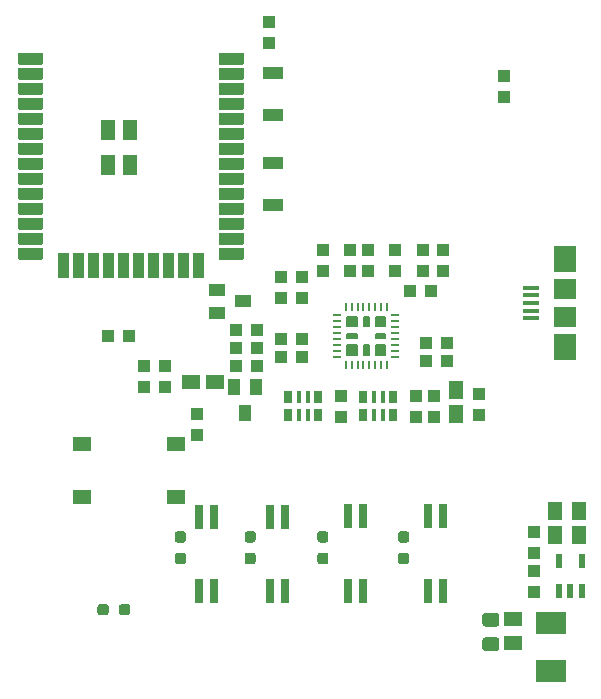
<source format=gbr>
G04 #@! TF.GenerationSoftware,KiCad,Pcbnew,(5.1.10)-1*
G04 #@! TF.CreationDate,2021-08-27T22:23:48-03:00*
G04 #@! TF.ProjectId,ESP32-GATEWAY_Rev_F,45535033-322d-4474-9154-455741595f52,F*
G04 #@! TF.SameCoordinates,Original*
G04 #@! TF.FileFunction,Paste,Top*
G04 #@! TF.FilePolarity,Positive*
%FSLAX46Y46*%
G04 Gerber Fmt 4.6, Leading zero omitted, Abs format (unit mm)*
G04 Created by KiCad (PCBNEW (5.1.10)-1) date 2021-08-27 22:23:48*
%MOMM*%
%LPD*%
G01*
G04 APERTURE LIST*
%ADD10C,0.200000*%
%ADD11R,0.640000X2.000000*%
%ADD12R,2.500000X1.900000*%
%ADD13R,1.550000X1.300000*%
%ADD14R,1.400000X0.400000*%
%ADD15R,1.900000X2.300000*%
%ADD16R,1.900000X1.800000*%
%ADD17R,1.016000X1.016000*%
%ADD18R,1.524000X1.270000*%
%ADD19R,1.400000X1.000000*%
%ADD20R,1.000000X1.400000*%
%ADD21R,1.270000X1.524000*%
%ADD22R,1.778000X1.016000*%
%ADD23R,0.230000X0.780000*%
%ADD24R,0.780000X0.230000*%
%ADD25R,0.550000X1.200000*%
%ADD26R,0.381000X1.016000*%
%ADD27R,0.635000X1.016000*%
%ADD28R,1.200000X1.800000*%
G04 APERTURE END LIST*
D10*
X99149000Y-98244000D02*
X99149000Y-97844000D01*
X98349000Y-98244000D02*
X99149000Y-98244000D01*
X98349000Y-97844000D02*
X98349000Y-98244000D01*
X99149000Y-97844000D02*
X98349000Y-97844000D01*
X99149000Y-97944000D02*
X98349000Y-97944000D01*
X98349000Y-98044000D02*
X99149000Y-98044000D01*
X99149000Y-98144000D02*
X98349000Y-98144000D01*
X101549000Y-98144000D02*
X100749000Y-98144000D01*
X100749000Y-98044000D02*
X101549000Y-98044000D01*
X101549000Y-97944000D02*
X100749000Y-97944000D01*
X101549000Y-97844000D02*
X100749000Y-97844000D01*
X100749000Y-97844000D02*
X100749000Y-98244000D01*
X100749000Y-98244000D02*
X101549000Y-98244000D01*
X101549000Y-98244000D02*
X101549000Y-97844000D01*
X99749000Y-98844000D02*
X100149000Y-98844000D01*
X99749000Y-99644000D02*
X99749000Y-98844000D01*
X100149000Y-99644000D02*
X99749000Y-99644000D01*
X100149000Y-98844000D02*
X100149000Y-99644000D01*
X100049000Y-98844000D02*
X100049000Y-99644000D01*
X99949000Y-98844000D02*
X99949000Y-99644000D01*
X99849000Y-98844000D02*
X99849000Y-99644000D01*
X99849000Y-96444000D02*
X99849000Y-97244000D01*
X99949000Y-96444000D02*
X99949000Y-97244000D01*
X100049000Y-96444000D02*
X100049000Y-97244000D01*
X100149000Y-96444000D02*
X100149000Y-97244000D01*
X100149000Y-97244000D02*
X99749000Y-97244000D01*
X99749000Y-97244000D02*
X99749000Y-96444000D01*
X99749000Y-96444000D02*
X100149000Y-96444000D01*
X99149000Y-99544000D02*
X98349000Y-99544000D01*
X99149000Y-99444000D02*
X98349000Y-99444000D01*
X99149000Y-99344000D02*
X98349000Y-99344000D01*
X99149000Y-99244000D02*
X98349000Y-99244000D01*
X99149000Y-99144000D02*
X98349000Y-99144000D01*
X99149000Y-99044000D02*
X98349000Y-99044000D01*
X99149000Y-98944000D02*
X98349000Y-98944000D01*
X99149000Y-98844000D02*
X98349000Y-98844000D01*
X98349000Y-98844000D02*
X98349000Y-99644000D01*
X98349000Y-99644000D02*
X99149000Y-99644000D01*
X99149000Y-99644000D02*
X99149000Y-98844000D01*
X101549000Y-99644000D02*
X101549000Y-98844000D01*
X100749000Y-99644000D02*
X101549000Y-99644000D01*
X100749000Y-98844000D02*
X100749000Y-99644000D01*
X101549000Y-98844000D02*
X100749000Y-98844000D01*
X101549000Y-98944000D02*
X100749000Y-98944000D01*
X101549000Y-99044000D02*
X100749000Y-99044000D01*
X101549000Y-99144000D02*
X100749000Y-99144000D01*
X101549000Y-99244000D02*
X100749000Y-99244000D01*
X101549000Y-99344000D02*
X100749000Y-99344000D01*
X101549000Y-99444000D02*
X100749000Y-99444000D01*
X101549000Y-99544000D02*
X100749000Y-99544000D01*
X99149000Y-97244000D02*
X99149000Y-96444000D01*
X98349000Y-97244000D02*
X99149000Y-97244000D01*
X98349000Y-96444000D02*
X98349000Y-97244000D01*
X99149000Y-96444000D02*
X98349000Y-96444000D01*
X99149000Y-96544000D02*
X98349000Y-96544000D01*
X99149000Y-96644000D02*
X98349000Y-96644000D01*
X99149000Y-96744000D02*
X98349000Y-96744000D01*
X99149000Y-96844000D02*
X98349000Y-96844000D01*
X99149000Y-96944000D02*
X98349000Y-96944000D01*
X99149000Y-97044000D02*
X98349000Y-97044000D01*
X99149000Y-97144000D02*
X98349000Y-97144000D01*
X101549000Y-97144000D02*
X100749000Y-97144000D01*
X101549000Y-97044000D02*
X100749000Y-97044000D01*
X101549000Y-96944000D02*
X100749000Y-96944000D01*
X101549000Y-96844000D02*
X100749000Y-96844000D01*
X101549000Y-96744000D02*
X100749000Y-96744000D01*
X101549000Y-96644000D02*
X100749000Y-96644000D01*
X101549000Y-96544000D02*
X100749000Y-96544000D01*
X101549000Y-96444000D02*
X100749000Y-96444000D01*
X100749000Y-96444000D02*
X100749000Y-97244000D01*
X100749000Y-97244000D02*
X101549000Y-97244000D01*
X101549000Y-97244000D02*
X101549000Y-96444000D01*
G36*
G01*
X84438500Y-115553300D02*
X83963500Y-115553300D01*
G75*
G02*
X83726000Y-115315800I0J237500D01*
G01*
X83726000Y-114815800D01*
G75*
G02*
X83963500Y-114578300I237500J0D01*
G01*
X84438500Y-114578300D01*
G75*
G02*
X84676000Y-114815800I0J-237500D01*
G01*
X84676000Y-115315800D01*
G75*
G02*
X84438500Y-115553300I-237500J0D01*
G01*
G37*
G36*
G01*
X84438500Y-117378300D02*
X83963500Y-117378300D01*
G75*
G02*
X83726000Y-117140800I0J237500D01*
G01*
X83726000Y-116640800D01*
G75*
G02*
X83963500Y-116403300I237500J0D01*
G01*
X84438500Y-116403300D01*
G75*
G02*
X84676000Y-116640800I0J-237500D01*
G01*
X84676000Y-117140800D01*
G75*
G02*
X84438500Y-117378300I-237500J0D01*
G01*
G37*
D11*
X85788500Y-119647500D03*
X87058500Y-119647500D03*
X87058500Y-113347500D03*
X85788500Y-113347500D03*
X91757500Y-119647500D03*
X93027500Y-119647500D03*
X93027500Y-113347500D03*
X91757500Y-113347500D03*
G36*
G01*
X90344000Y-115553300D02*
X89869000Y-115553300D01*
G75*
G02*
X89631500Y-115315800I0J237500D01*
G01*
X89631500Y-114815800D01*
G75*
G02*
X89869000Y-114578300I237500J0D01*
G01*
X90344000Y-114578300D01*
G75*
G02*
X90581500Y-114815800I0J-237500D01*
G01*
X90581500Y-115315800D01*
G75*
G02*
X90344000Y-115553300I-237500J0D01*
G01*
G37*
G36*
G01*
X90344000Y-117378300D02*
X89869000Y-117378300D01*
G75*
G02*
X89631500Y-117140800I0J237500D01*
G01*
X89631500Y-116640800D01*
G75*
G02*
X89869000Y-116403300I237500J0D01*
G01*
X90344000Y-116403300D01*
G75*
G02*
X90581500Y-116640800I0J-237500D01*
G01*
X90581500Y-117140800D01*
G75*
G02*
X90344000Y-117378300I-237500J0D01*
G01*
G37*
D12*
X115620800Y-126426400D03*
X115620800Y-122326400D03*
D11*
X98374200Y-119609000D03*
X99644200Y-119609000D03*
X99644200Y-113309000D03*
X98374200Y-113309000D03*
X105130600Y-119609000D03*
X106400600Y-119609000D03*
X106400600Y-113309000D03*
X105130600Y-113309000D03*
G36*
G01*
X96503500Y-115553300D02*
X96028500Y-115553300D01*
G75*
G02*
X95791000Y-115315800I0J237500D01*
G01*
X95791000Y-114815800D01*
G75*
G02*
X96028500Y-114578300I237500J0D01*
G01*
X96503500Y-114578300D01*
G75*
G02*
X96741000Y-114815800I0J-237500D01*
G01*
X96741000Y-115315800D01*
G75*
G02*
X96503500Y-115553300I-237500J0D01*
G01*
G37*
G36*
G01*
X96503500Y-117378300D02*
X96028500Y-117378300D01*
G75*
G02*
X95791000Y-117140800I0J237500D01*
G01*
X95791000Y-116640800D01*
G75*
G02*
X96028500Y-116403300I237500J0D01*
G01*
X96503500Y-116403300D01*
G75*
G02*
X96741000Y-116640800I0J-237500D01*
G01*
X96741000Y-117140800D01*
G75*
G02*
X96503500Y-117378300I-237500J0D01*
G01*
G37*
G36*
G01*
X103336100Y-115553300D02*
X102861100Y-115553300D01*
G75*
G02*
X102623600Y-115315800I0J237500D01*
G01*
X102623600Y-114815800D01*
G75*
G02*
X102861100Y-114578300I237500J0D01*
G01*
X103336100Y-114578300D01*
G75*
G02*
X103573600Y-114815800I0J-237500D01*
G01*
X103573600Y-115315800D01*
G75*
G02*
X103336100Y-115553300I-237500J0D01*
G01*
G37*
G36*
G01*
X103336100Y-117378300D02*
X102861100Y-117378300D01*
G75*
G02*
X102623600Y-117140800I0J237500D01*
G01*
X102623600Y-116640800D01*
G75*
G02*
X102861100Y-116403300I237500J0D01*
G01*
X103336100Y-116403300D01*
G75*
G02*
X103573600Y-116640800I0J-237500D01*
G01*
X103573600Y-117140800D01*
G75*
G02*
X103336100Y-117378300I-237500J0D01*
G01*
G37*
G36*
G01*
X110965000Y-122663800D02*
X110015000Y-122663800D01*
G75*
G02*
X109765000Y-122413800I0J250000D01*
G01*
X109765000Y-121738800D01*
G75*
G02*
X110015000Y-121488800I250000J0D01*
G01*
X110965000Y-121488800D01*
G75*
G02*
X111215000Y-121738800I0J-250000D01*
G01*
X111215000Y-122413800D01*
G75*
G02*
X110965000Y-122663800I-250000J0D01*
G01*
G37*
G36*
G01*
X110965000Y-124738800D02*
X110015000Y-124738800D01*
G75*
G02*
X109765000Y-124488800I0J250000D01*
G01*
X109765000Y-123813800D01*
G75*
G02*
X110015000Y-123563800I250000J0D01*
G01*
X110965000Y-123563800D01*
G75*
G02*
X111215000Y-123813800I0J-250000D01*
G01*
X111215000Y-124488800D01*
G75*
G02*
X110965000Y-124738800I-250000J0D01*
G01*
G37*
D13*
X83837600Y-111698600D03*
X83837600Y-107198600D03*
X75877600Y-107198600D03*
X75877600Y-111698600D03*
G36*
G01*
X78998000Y-121459000D02*
X78998000Y-120984000D01*
G75*
G02*
X79235500Y-120746500I237500J0D01*
G01*
X79735500Y-120746500D01*
G75*
G02*
X79973000Y-120984000I0J-237500D01*
G01*
X79973000Y-121459000D01*
G75*
G02*
X79735500Y-121696500I-237500J0D01*
G01*
X79235500Y-121696500D01*
G75*
G02*
X78998000Y-121459000I0J237500D01*
G01*
G37*
G36*
G01*
X77173000Y-121459000D02*
X77173000Y-120984000D01*
G75*
G02*
X77410500Y-120746500I237500J0D01*
G01*
X77910500Y-120746500D01*
G75*
G02*
X78148000Y-120984000I0J-237500D01*
G01*
X78148000Y-121459000D01*
G75*
G02*
X77910500Y-121696500I-237500J0D01*
G01*
X77410500Y-121696500D01*
G75*
G02*
X77173000Y-121459000I0J237500D01*
G01*
G37*
D14*
X113918400Y-96562700D03*
X113918400Y-95912700D03*
X113918400Y-95262700D03*
X113918400Y-94612700D03*
X113918400Y-93962700D03*
D15*
X116768400Y-99012700D03*
X116768400Y-91512700D03*
D16*
X116768400Y-96412700D03*
X116768400Y-94112700D03*
D17*
X88900000Y-97536000D03*
X90678000Y-97536000D03*
D18*
X85090000Y-101981000D03*
X87122000Y-101981000D03*
D17*
X90677999Y-99060000D03*
X88899999Y-99060000D03*
D19*
X87284560Y-94173040D03*
X87284560Y-96075500D03*
X89494360Y-95120460D03*
D17*
X90677999Y-100584000D03*
X88899999Y-100584000D03*
D20*
X90611960Y-102397560D03*
X88709500Y-102397560D03*
X89664540Y-104607360D03*
D17*
X85625940Y-104627680D03*
X85625940Y-106405680D03*
D21*
X115951000Y-114935000D03*
X117983000Y-114935000D03*
X115951000Y-112903000D03*
X117983000Y-112903000D03*
D17*
X114173000Y-114681000D03*
X114173000Y-116459000D03*
X114173000Y-119761000D03*
X114173000Y-117983000D03*
X82931000Y-102362000D03*
X82931000Y-100584000D03*
D22*
X92075000Y-75819000D03*
X92075000Y-79375000D03*
X92075000Y-86995000D03*
X92075000Y-83439000D03*
D17*
X92710000Y-93091000D03*
X94488000Y-93091000D03*
X106807000Y-100203000D03*
X105029000Y-100203000D03*
X100076000Y-92583000D03*
X100076000Y-90805000D03*
X102362000Y-92583000D03*
X102362000Y-90805000D03*
X96266000Y-92583000D03*
X96266000Y-90805000D03*
X78084680Y-98010980D03*
X79862680Y-98010980D03*
X98552000Y-92583000D03*
X98552000Y-90805000D03*
X111633000Y-77851000D03*
X111633000Y-76073000D03*
X91694000Y-71501000D03*
X91694000Y-73279000D03*
X81153000Y-100584000D03*
X81153000Y-102362000D03*
X105029000Y-98679000D03*
X106807000Y-98679000D03*
X92710000Y-98298000D03*
X94488000Y-98298000D03*
X92710000Y-99822000D03*
X94488000Y-99822000D03*
X92710000Y-94869000D03*
X94488000Y-94869000D03*
X105410000Y-94234000D03*
X103632000Y-94234000D03*
X97790000Y-104902000D03*
X97790000Y-103124000D03*
X109474000Y-104775000D03*
X109474000Y-102997000D03*
X106426000Y-92583000D03*
X106426000Y-90805000D03*
X104140000Y-103124000D03*
X104140000Y-104902000D03*
X105664000Y-103124000D03*
X105664000Y-104902000D03*
D18*
X112395000Y-122047000D03*
X112395000Y-124079000D03*
D23*
X98199000Y-95594000D03*
X98699000Y-95594000D03*
X99199000Y-95594000D03*
X99699000Y-95594000D03*
X100199000Y-95594000D03*
X100699000Y-95594000D03*
X101199000Y-95594000D03*
X101699000Y-95594000D03*
D24*
X102399000Y-96294000D03*
X102399000Y-96794000D03*
X102399000Y-97294000D03*
X102399000Y-97794000D03*
X102399000Y-98294000D03*
X102399000Y-98794000D03*
X102399000Y-99294000D03*
X102399000Y-99794000D03*
D23*
X101699000Y-100494000D03*
X101199000Y-100494000D03*
X100699000Y-100494000D03*
X100199000Y-100494000D03*
X99699000Y-100494000D03*
X99199000Y-100494000D03*
X98699000Y-100494000D03*
X98199000Y-100494000D03*
D24*
X97499000Y-99794000D03*
X97499000Y-99294000D03*
X97499000Y-98794000D03*
X97499000Y-98294000D03*
X97499000Y-97794000D03*
X97499000Y-97294000D03*
X97499000Y-96794000D03*
X97499000Y-96294000D03*
D25*
X116271000Y-119664000D03*
X117221000Y-119664000D03*
X118171000Y-119664000D03*
X116271000Y-117064000D03*
X118171000Y-117064000D03*
D21*
X107569000Y-104648000D03*
X107569000Y-102616000D03*
D26*
X100584000Y-103251000D03*
X101346000Y-103251000D03*
X100584000Y-104775000D03*
X101346000Y-104775000D03*
D27*
X99695000Y-103251000D03*
X99695000Y-104775000D03*
X102235000Y-103251000D03*
X102235000Y-104775000D03*
D26*
X94996000Y-104775000D03*
X94234000Y-104775000D03*
X94996000Y-103251000D03*
X94234000Y-103251000D03*
D27*
X95885000Y-104775000D03*
X95885000Y-103251000D03*
X93345000Y-104775000D03*
X93345000Y-103251000D03*
G36*
G01*
X87459200Y-75023000D02*
X87459200Y-74123000D01*
G75*
G02*
X87510000Y-74072200I50800J0D01*
G01*
X89510000Y-74072200D01*
G75*
G02*
X89560800Y-74123000I0J-50800D01*
G01*
X89560800Y-75023000D01*
G75*
G02*
X89510000Y-75073800I-50800J0D01*
G01*
X87510000Y-75073800D01*
G75*
G02*
X87459200Y-75023000I0J50800D01*
G01*
G37*
G36*
G01*
X87459200Y-76293000D02*
X87459200Y-75393000D01*
G75*
G02*
X87510000Y-75342200I50800J0D01*
G01*
X89510000Y-75342200D01*
G75*
G02*
X89560800Y-75393000I0J-50800D01*
G01*
X89560800Y-76293000D01*
G75*
G02*
X89510000Y-76343800I-50800J0D01*
G01*
X87510000Y-76343800D01*
G75*
G02*
X87459200Y-76293000I0J50800D01*
G01*
G37*
G36*
G01*
X87459200Y-77563000D02*
X87459200Y-76663000D01*
G75*
G02*
X87510000Y-76612200I50800J0D01*
G01*
X89510000Y-76612200D01*
G75*
G02*
X89560800Y-76663000I0J-50800D01*
G01*
X89560800Y-77563000D01*
G75*
G02*
X89510000Y-77613800I-50800J0D01*
G01*
X87510000Y-77613800D01*
G75*
G02*
X87459200Y-77563000I0J50800D01*
G01*
G37*
G36*
G01*
X87459200Y-78833000D02*
X87459200Y-77933000D01*
G75*
G02*
X87510000Y-77882200I50800J0D01*
G01*
X89510000Y-77882200D01*
G75*
G02*
X89560800Y-77933000I0J-50800D01*
G01*
X89560800Y-78833000D01*
G75*
G02*
X89510000Y-78883800I-50800J0D01*
G01*
X87510000Y-78883800D01*
G75*
G02*
X87459200Y-78833000I0J50800D01*
G01*
G37*
G36*
G01*
X87459200Y-80103000D02*
X87459200Y-79203000D01*
G75*
G02*
X87510000Y-79152200I50800J0D01*
G01*
X89510000Y-79152200D01*
G75*
G02*
X89560800Y-79203000I0J-50800D01*
G01*
X89560800Y-80103000D01*
G75*
G02*
X89510000Y-80153800I-50800J0D01*
G01*
X87510000Y-80153800D01*
G75*
G02*
X87459200Y-80103000I0J50800D01*
G01*
G37*
G36*
G01*
X87459200Y-81373000D02*
X87459200Y-80473000D01*
G75*
G02*
X87510000Y-80422200I50800J0D01*
G01*
X89510000Y-80422200D01*
G75*
G02*
X89560800Y-80473000I0J-50800D01*
G01*
X89560800Y-81373000D01*
G75*
G02*
X89510000Y-81423800I-50800J0D01*
G01*
X87510000Y-81423800D01*
G75*
G02*
X87459200Y-81373000I0J50800D01*
G01*
G37*
G36*
G01*
X87459200Y-82643000D02*
X87459200Y-81743000D01*
G75*
G02*
X87510000Y-81692200I50800J0D01*
G01*
X89510000Y-81692200D01*
G75*
G02*
X89560800Y-81743000I0J-50800D01*
G01*
X89560800Y-82643000D01*
G75*
G02*
X89510000Y-82693800I-50800J0D01*
G01*
X87510000Y-82693800D01*
G75*
G02*
X87459200Y-82643000I0J50800D01*
G01*
G37*
G36*
G01*
X87459200Y-83913000D02*
X87459200Y-83013000D01*
G75*
G02*
X87510000Y-82962200I50800J0D01*
G01*
X89510000Y-82962200D01*
G75*
G02*
X89560800Y-83013000I0J-50800D01*
G01*
X89560800Y-83913000D01*
G75*
G02*
X89510000Y-83963800I-50800J0D01*
G01*
X87510000Y-83963800D01*
G75*
G02*
X87459200Y-83913000I0J50800D01*
G01*
G37*
G36*
G01*
X87459200Y-85183000D02*
X87459200Y-84283000D01*
G75*
G02*
X87510000Y-84232200I50800J0D01*
G01*
X89510000Y-84232200D01*
G75*
G02*
X89560800Y-84283000I0J-50800D01*
G01*
X89560800Y-85183000D01*
G75*
G02*
X89510000Y-85233800I-50800J0D01*
G01*
X87510000Y-85233800D01*
G75*
G02*
X87459200Y-85183000I0J50800D01*
G01*
G37*
G36*
G01*
X87459200Y-86453000D02*
X87459200Y-85553000D01*
G75*
G02*
X87510000Y-85502200I50800J0D01*
G01*
X89510000Y-85502200D01*
G75*
G02*
X89560800Y-85553000I0J-50800D01*
G01*
X89560800Y-86453000D01*
G75*
G02*
X89510000Y-86503800I-50800J0D01*
G01*
X87510000Y-86503800D01*
G75*
G02*
X87459200Y-86453000I0J50800D01*
G01*
G37*
G36*
G01*
X87459200Y-87723000D02*
X87459200Y-86823000D01*
G75*
G02*
X87510000Y-86772200I50800J0D01*
G01*
X89510000Y-86772200D01*
G75*
G02*
X89560800Y-86823000I0J-50800D01*
G01*
X89560800Y-87723000D01*
G75*
G02*
X89510000Y-87773800I-50800J0D01*
G01*
X87510000Y-87773800D01*
G75*
G02*
X87459200Y-87723000I0J50800D01*
G01*
G37*
G36*
G01*
X87459200Y-88993000D02*
X87459200Y-88093000D01*
G75*
G02*
X87510000Y-88042200I50800J0D01*
G01*
X89510000Y-88042200D01*
G75*
G02*
X89560800Y-88093000I0J-50800D01*
G01*
X89560800Y-88993000D01*
G75*
G02*
X89510000Y-89043800I-50800J0D01*
G01*
X87510000Y-89043800D01*
G75*
G02*
X87459200Y-88993000I0J50800D01*
G01*
G37*
G36*
G01*
X87459200Y-90263000D02*
X87459200Y-89363000D01*
G75*
G02*
X87510000Y-89312200I50800J0D01*
G01*
X89510000Y-89312200D01*
G75*
G02*
X89560800Y-89363000I0J-50800D01*
G01*
X89560800Y-90263000D01*
G75*
G02*
X89510000Y-90313800I-50800J0D01*
G01*
X87510000Y-90313800D01*
G75*
G02*
X87459200Y-90263000I0J50800D01*
G01*
G37*
G36*
G01*
X87459200Y-91533000D02*
X87459200Y-90633000D01*
G75*
G02*
X87510000Y-90582200I50800J0D01*
G01*
X89510000Y-90582200D01*
G75*
G02*
X89560800Y-90633000I0J-50800D01*
G01*
X89560800Y-91533000D01*
G75*
G02*
X89510000Y-91583800I-50800J0D01*
G01*
X87510000Y-91583800D01*
G75*
G02*
X87459200Y-91533000I0J50800D01*
G01*
G37*
G36*
G01*
X85239200Y-93083000D02*
X85239200Y-91083000D01*
G75*
G02*
X85290000Y-91032200I50800J0D01*
G01*
X86190000Y-91032200D01*
G75*
G02*
X86240800Y-91083000I0J-50800D01*
G01*
X86240800Y-93083000D01*
G75*
G02*
X86190000Y-93133800I-50800J0D01*
G01*
X85290000Y-93133800D01*
G75*
G02*
X85239200Y-93083000I0J50800D01*
G01*
G37*
G36*
G01*
X83969200Y-93083000D02*
X83969200Y-91083000D01*
G75*
G02*
X84020000Y-91032200I50800J0D01*
G01*
X84920000Y-91032200D01*
G75*
G02*
X84970800Y-91083000I0J-50800D01*
G01*
X84970800Y-93083000D01*
G75*
G02*
X84920000Y-93133800I-50800J0D01*
G01*
X84020000Y-93133800D01*
G75*
G02*
X83969200Y-93083000I0J50800D01*
G01*
G37*
G36*
G01*
X82699200Y-93083000D02*
X82699200Y-91083000D01*
G75*
G02*
X82750000Y-91032200I50800J0D01*
G01*
X83650000Y-91032200D01*
G75*
G02*
X83700800Y-91083000I0J-50800D01*
G01*
X83700800Y-93083000D01*
G75*
G02*
X83650000Y-93133800I-50800J0D01*
G01*
X82750000Y-93133800D01*
G75*
G02*
X82699200Y-93083000I0J50800D01*
G01*
G37*
G36*
G01*
X81429200Y-93083000D02*
X81429200Y-91083000D01*
G75*
G02*
X81480000Y-91032200I50800J0D01*
G01*
X82380000Y-91032200D01*
G75*
G02*
X82430800Y-91083000I0J-50800D01*
G01*
X82430800Y-93083000D01*
G75*
G02*
X82380000Y-93133800I-50800J0D01*
G01*
X81480000Y-93133800D01*
G75*
G02*
X81429200Y-93083000I0J50800D01*
G01*
G37*
G36*
G01*
X80159200Y-93083000D02*
X80159200Y-91083000D01*
G75*
G02*
X80210000Y-91032200I50800J0D01*
G01*
X81110000Y-91032200D01*
G75*
G02*
X81160800Y-91083000I0J-50800D01*
G01*
X81160800Y-93083000D01*
G75*
G02*
X81110000Y-93133800I-50800J0D01*
G01*
X80210000Y-93133800D01*
G75*
G02*
X80159200Y-93083000I0J50800D01*
G01*
G37*
G36*
G01*
X78889200Y-93083000D02*
X78889200Y-91083000D01*
G75*
G02*
X78940000Y-91032200I50800J0D01*
G01*
X79840000Y-91032200D01*
G75*
G02*
X79890800Y-91083000I0J-50800D01*
G01*
X79890800Y-93083000D01*
G75*
G02*
X79840000Y-93133800I-50800J0D01*
G01*
X78940000Y-93133800D01*
G75*
G02*
X78889200Y-93083000I0J50800D01*
G01*
G37*
G36*
G01*
X77619200Y-93083000D02*
X77619200Y-91083000D01*
G75*
G02*
X77670000Y-91032200I50800J0D01*
G01*
X78570000Y-91032200D01*
G75*
G02*
X78620800Y-91083000I0J-50800D01*
G01*
X78620800Y-93083000D01*
G75*
G02*
X78570000Y-93133800I-50800J0D01*
G01*
X77670000Y-93133800D01*
G75*
G02*
X77619200Y-93083000I0J50800D01*
G01*
G37*
G36*
G01*
X76349200Y-93083000D02*
X76349200Y-91083000D01*
G75*
G02*
X76400000Y-91032200I50800J0D01*
G01*
X77300000Y-91032200D01*
G75*
G02*
X77350800Y-91083000I0J-50800D01*
G01*
X77350800Y-93083000D01*
G75*
G02*
X77300000Y-93133800I-50800J0D01*
G01*
X76400000Y-93133800D01*
G75*
G02*
X76349200Y-93083000I0J50800D01*
G01*
G37*
G36*
G01*
X75079200Y-93083000D02*
X75079200Y-91083000D01*
G75*
G02*
X75130000Y-91032200I50800J0D01*
G01*
X76030000Y-91032200D01*
G75*
G02*
X76080800Y-91083000I0J-50800D01*
G01*
X76080800Y-93083000D01*
G75*
G02*
X76030000Y-93133800I-50800J0D01*
G01*
X75130000Y-93133800D01*
G75*
G02*
X75079200Y-93083000I0J50800D01*
G01*
G37*
G36*
G01*
X73809200Y-93083000D02*
X73809200Y-91083000D01*
G75*
G02*
X73860000Y-91032200I50800J0D01*
G01*
X74760000Y-91032200D01*
G75*
G02*
X74810800Y-91083000I0J-50800D01*
G01*
X74810800Y-93083000D01*
G75*
G02*
X74760000Y-93133800I-50800J0D01*
G01*
X73860000Y-93133800D01*
G75*
G02*
X73809200Y-93083000I0J50800D01*
G01*
G37*
G36*
G01*
X70459200Y-91533000D02*
X70459200Y-90633000D01*
G75*
G02*
X70510000Y-90582200I50800J0D01*
G01*
X72510000Y-90582200D01*
G75*
G02*
X72560800Y-90633000I0J-50800D01*
G01*
X72560800Y-91533000D01*
G75*
G02*
X72510000Y-91583800I-50800J0D01*
G01*
X70510000Y-91583800D01*
G75*
G02*
X70459200Y-91533000I0J50800D01*
G01*
G37*
G36*
G01*
X70459200Y-90263000D02*
X70459200Y-89363000D01*
G75*
G02*
X70510000Y-89312200I50800J0D01*
G01*
X72510000Y-89312200D01*
G75*
G02*
X72560800Y-89363000I0J-50800D01*
G01*
X72560800Y-90263000D01*
G75*
G02*
X72510000Y-90313800I-50800J0D01*
G01*
X70510000Y-90313800D01*
G75*
G02*
X70459200Y-90263000I0J50800D01*
G01*
G37*
G36*
G01*
X70459200Y-88993000D02*
X70459200Y-88093000D01*
G75*
G02*
X70510000Y-88042200I50800J0D01*
G01*
X72510000Y-88042200D01*
G75*
G02*
X72560800Y-88093000I0J-50800D01*
G01*
X72560800Y-88993000D01*
G75*
G02*
X72510000Y-89043800I-50800J0D01*
G01*
X70510000Y-89043800D01*
G75*
G02*
X70459200Y-88993000I0J50800D01*
G01*
G37*
G36*
G01*
X70459200Y-87723000D02*
X70459200Y-86823000D01*
G75*
G02*
X70510000Y-86772200I50800J0D01*
G01*
X72510000Y-86772200D01*
G75*
G02*
X72560800Y-86823000I0J-50800D01*
G01*
X72560800Y-87723000D01*
G75*
G02*
X72510000Y-87773800I-50800J0D01*
G01*
X70510000Y-87773800D01*
G75*
G02*
X70459200Y-87723000I0J50800D01*
G01*
G37*
G36*
G01*
X70459200Y-86453000D02*
X70459200Y-85553000D01*
G75*
G02*
X70510000Y-85502200I50800J0D01*
G01*
X72510000Y-85502200D01*
G75*
G02*
X72560800Y-85553000I0J-50800D01*
G01*
X72560800Y-86453000D01*
G75*
G02*
X72510000Y-86503800I-50800J0D01*
G01*
X70510000Y-86503800D01*
G75*
G02*
X70459200Y-86453000I0J50800D01*
G01*
G37*
G36*
G01*
X70459200Y-85183000D02*
X70459200Y-84283000D01*
G75*
G02*
X70510000Y-84232200I50800J0D01*
G01*
X72510000Y-84232200D01*
G75*
G02*
X72560800Y-84283000I0J-50800D01*
G01*
X72560800Y-85183000D01*
G75*
G02*
X72510000Y-85233800I-50800J0D01*
G01*
X70510000Y-85233800D01*
G75*
G02*
X70459200Y-85183000I0J50800D01*
G01*
G37*
G36*
G01*
X70459200Y-83913000D02*
X70459200Y-83013000D01*
G75*
G02*
X70510000Y-82962200I50800J0D01*
G01*
X72510000Y-82962200D01*
G75*
G02*
X72560800Y-83013000I0J-50800D01*
G01*
X72560800Y-83913000D01*
G75*
G02*
X72510000Y-83963800I-50800J0D01*
G01*
X70510000Y-83963800D01*
G75*
G02*
X70459200Y-83913000I0J50800D01*
G01*
G37*
G36*
G01*
X70459200Y-82643000D02*
X70459200Y-81743000D01*
G75*
G02*
X70510000Y-81692200I50800J0D01*
G01*
X72510000Y-81692200D01*
G75*
G02*
X72560800Y-81743000I0J-50800D01*
G01*
X72560800Y-82643000D01*
G75*
G02*
X72510000Y-82693800I-50800J0D01*
G01*
X70510000Y-82693800D01*
G75*
G02*
X70459200Y-82643000I0J50800D01*
G01*
G37*
G36*
G01*
X70459200Y-81373000D02*
X70459200Y-80473000D01*
G75*
G02*
X70510000Y-80422200I50800J0D01*
G01*
X72510000Y-80422200D01*
G75*
G02*
X72560800Y-80473000I0J-50800D01*
G01*
X72560800Y-81373000D01*
G75*
G02*
X72510000Y-81423800I-50800J0D01*
G01*
X70510000Y-81423800D01*
G75*
G02*
X70459200Y-81373000I0J50800D01*
G01*
G37*
G36*
G01*
X70459200Y-80103000D02*
X70459200Y-79203000D01*
G75*
G02*
X70510000Y-79152200I50800J0D01*
G01*
X72510000Y-79152200D01*
G75*
G02*
X72560800Y-79203000I0J-50800D01*
G01*
X72560800Y-80103000D01*
G75*
G02*
X72510000Y-80153800I-50800J0D01*
G01*
X70510000Y-80153800D01*
G75*
G02*
X70459200Y-80103000I0J50800D01*
G01*
G37*
G36*
G01*
X70459200Y-78833000D02*
X70459200Y-77933000D01*
G75*
G02*
X70510000Y-77882200I50800J0D01*
G01*
X72510000Y-77882200D01*
G75*
G02*
X72560800Y-77933000I0J-50800D01*
G01*
X72560800Y-78833000D01*
G75*
G02*
X72510000Y-78883800I-50800J0D01*
G01*
X70510000Y-78883800D01*
G75*
G02*
X70459200Y-78833000I0J50800D01*
G01*
G37*
G36*
G01*
X70459200Y-77563000D02*
X70459200Y-76663000D01*
G75*
G02*
X70510000Y-76612200I50800J0D01*
G01*
X72510000Y-76612200D01*
G75*
G02*
X72560800Y-76663000I0J-50800D01*
G01*
X72560800Y-77563000D01*
G75*
G02*
X72510000Y-77613800I-50800J0D01*
G01*
X70510000Y-77613800D01*
G75*
G02*
X70459200Y-77563000I0J50800D01*
G01*
G37*
G36*
G01*
X70459200Y-76293000D02*
X70459200Y-75393000D01*
G75*
G02*
X70510000Y-75342200I50800J0D01*
G01*
X72510000Y-75342200D01*
G75*
G02*
X72560800Y-75393000I0J-50800D01*
G01*
X72560800Y-76293000D01*
G75*
G02*
X72510000Y-76343800I-50800J0D01*
G01*
X70510000Y-76343800D01*
G75*
G02*
X70459200Y-76293000I0J50800D01*
G01*
G37*
G36*
G01*
X70459200Y-75023000D02*
X70459200Y-74123000D01*
G75*
G02*
X70510000Y-74072200I50800J0D01*
G01*
X72510000Y-74072200D01*
G75*
G02*
X72560800Y-74123000I0J-50800D01*
G01*
X72560800Y-75023000D01*
G75*
G02*
X72510000Y-75073800I-50800J0D01*
G01*
X70510000Y-75073800D01*
G75*
G02*
X70459200Y-75023000I0J50800D01*
G01*
G37*
D28*
X78110000Y-80583000D03*
X78110000Y-83583000D03*
X79910000Y-80583000D03*
X79910000Y-83583000D03*
D17*
X104775000Y-90805000D03*
X104775000Y-92583000D03*
M02*

</source>
